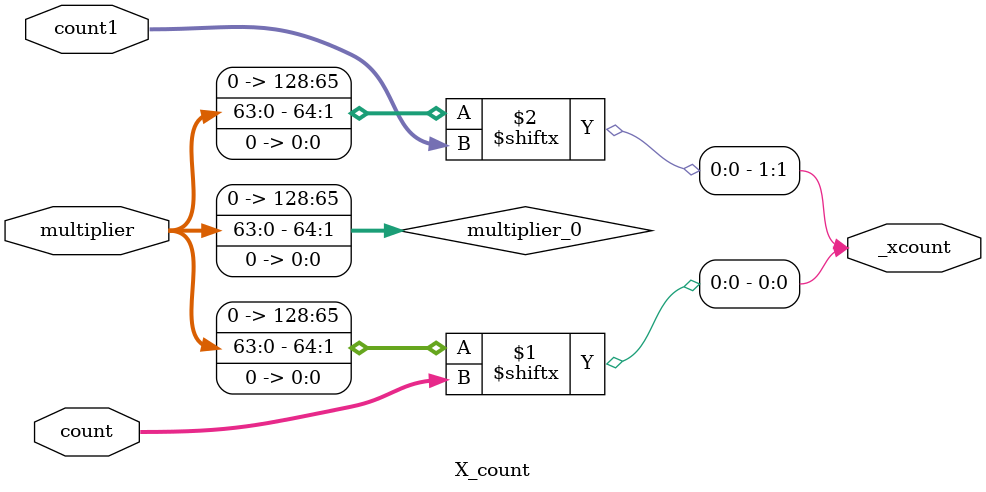
<source format=v>
module X_count(count, count1, multiplier, _xcount);
   input [6:0] count;
   input [7:0] count1;
   input [63:0] multiplier;
   output [1:0] _xcount;

 
   
   wire [128:0] multiplier_0;
   assign multiplier_0 = {multiplier, 1'b0};

   assign _xcount[0] = multiplier_0[count];
	assign _xcount[1] = multiplier_0[count1];

   
   endmodule 
</source>
